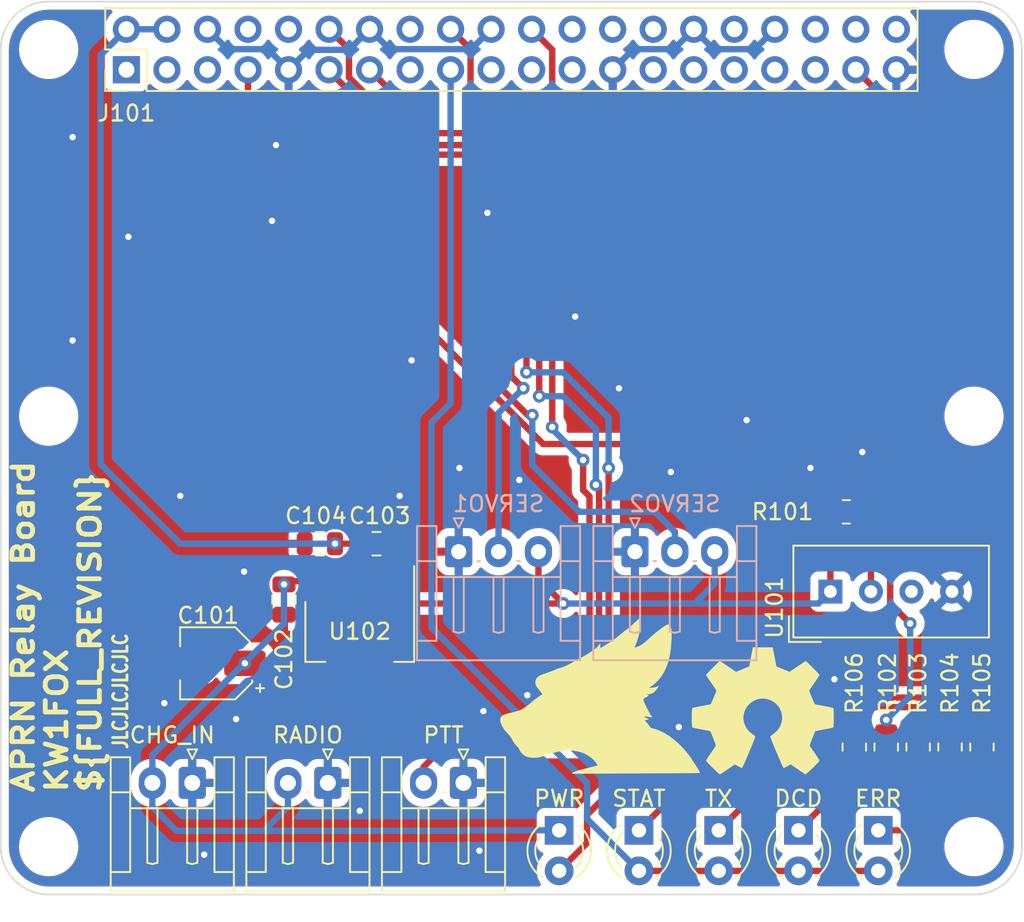
<source format=kicad_pcb>
(kicad_pcb (version 20211014) (generator pcbnew)
  (layers (0 "F.Cu" signal) (31 "B.Cu" signal) (34 "B.Paste" user) (35 "F.Paste" user) (36 "B.SilkS" user "B.Silkscreen") (37 "F.SilkS" user "F.Silkscreen") (38 "B.Mask" user) (39 "F.Mask" user) (44 "Edge.Cuts" user))
  (net 0 "")
  (net 1 "+3V3")
  (net 2 "+5V")
  (net 24 "Net-(D101-Pad1)")
  (net 25 "Net-(D102-Pad1)")
  (net 26 "Net-(D104-Pad1)")
  (net 27 "/STAT")
  (net 28 "/TX")
  (net 29 "/DCD")
  (net 30 "/ERR")
  (net 31 "GND")
  (net 33 "Net-(D103-Pad1)")
  (net 34 "+12V")
  (net 35 "Net-(D105-Pad2)")
  (net 36 "/DHT_DATA")
  (net 38 "/SERVO1")
  (net 39 "/SERVO2")
  (footprint "Resistor_SMD:R_0805_2012Metric" (layer "F.Cu") (at 156.5 143.75 -90)
    (fp_text reference "R104" (at -4 0 90) (layer "F.SilkS"))
    (fp_text value "270R")
    (pad "1" smd roundrect (at -0.9125 0 270) (size 1.025 1.4) (layers "F.Cu" "F.Paste" "F.Mask") (roundrect_rratio 0.243902) (net 29 "/DCD"))
    (pad "2" smd roundrect (at 0.9125 0 270) (size 1.025 1.4) (layers "F.Cu" "F.Paste" "F.Mask") (roundrect_rratio 0.243902) (net 33 "Net-(D103-Pad1)"))
  )
  (footprint "MountingHole:MountingHole_2.7mm" (layer "F.Cu") (at 100 100)
    (fp_text reference "H101" hide)
    (fp_text value "PiMountingHole" hide)
    (pad "" np_thru_hole circle (at 0 0) (size 2.7 2.7) (drill 2.7) (layers *.Cu *.Mask))
  )
  (footprint "Resistor_SMD:R_0805_2012Metric" (layer "F.Cu") (at 158.5 143.75 -90)
    (fp_text reference "R105" (at -4 0 90) (layer "F.SilkS"))
    (fp_text value "270R")
    (pad "1" smd roundrect (at -0.9125 0 270) (size 1.025 1.4) (layers "F.Cu" "F.Paste" "F.Mask") (roundrect_rratio 0.243902) (net 30 "/ERR"))
    (pad "2" smd roundrect (at 0.9125 0 270) (size 1.025 1.4) (layers "F.Cu" "F.Paste" "F.Mask") (roundrect_rratio 0.243902) (net 26 "Net-(D104-Pad1)"))
  )
  (footprint "Connector_JST:JST_EH_S2B-EH_1x02_P2.50mm_Horizontal" (layer "F.Cu") (at 126 146 180)
    (fp_text reference "J104")
    (fp_text value "PTT" (at 1.25 3) (layer "F.SilkS"))
    (pad "1" thru_hole roundrect (at 0 0 180) (size 1.7 2) (drill 1) (layers *.Cu *.Mask) (roundrect_rratio 0.147059) (net 31 "GND"))
    (pad "2" thru_hole oval (at 2.5 0 180) (size 1.7 2) (drill 1) (layers *.Cu *.Mask) (net 28 "/TX"))
  )
  (footprint "Capacitor_SMD:C_0805_2012Metric" (layer "F.Cu") (at 114.75 134.5 -90)
    (fp_text reference "C102" (at 3.75 0 90) (layer "F.SilkS"))
    (fp_text value "100nF")
    (pad "1" smd roundrect (at -0.95 0 270) (size 1 1.45) (layers "F.Cu" "F.Paste" "F.Mask") (net 34 "+12V"))
    (pad "2" smd roundrect (at 0.95 0 270) (size 1 1.45) (layers "F.Cu" "F.Paste" "F.Mask") (net 31 "GND"))
  )
  (footprint "Package_TO_SOT_SMD:SOT-223" (layer "F.Cu") (at 119.5 136.5 -90)
    (fp_text reference "U102" (at 0 0 180) (layer "F.SilkS"))
    (fp_text value "NCV1117ST50T3G" hide)
    (pad "1" smd rect (at -3.15 -2.3 270) (size 2 1.5) (layers "F.Cu" "F.Paste" "F.Mask") (net 31 "GND"))
    (pad "2" smd rect (at -3.15 0 270) (size 2 1.5) (layers "F.Cu" "F.Paste" "F.Mask") (net 2 "+5V"))
    (pad "3" smd rect (at -3.15 2.3 270) (size 2 1.5) (layers "F.Cu" "F.Paste" "F.Mask") (net 34 "+12V"))
    (pad "4" smd rect (at 3.15 0 270) (size 2 3.8) (layers "F.Cu" "F.Paste" "F.Mask"))
  )
  (footprint "MountingHole:MountingHole_2.7mm" (layer "F.Cu") (at 158 100)
    (fp_text reference "H102" hide)
    (fp_text value "PiMountingHole" hide)
    (pad "" np_thru_hole circle (at 0 0) (size 2.7 2.7) (drill 2.7) (layers *.Cu *.Mask))
  )
  (footprint "LED_THT:LED_D3.0mm" (layer "F.Cu") (at 142 148.975 -90)
    (fp_text reference "D102")
    (fp_text value "TX" (at -2 0 180) (layer "F.SilkS"))
    (pad "1" thru_hole rect (at 0 0 270) (size 1.8 1.8) (drill 0.9) (layers *.Cu *.Mask) (net 25 "Net-(D102-Pad1)"))
    (pad "2" thru_hole circle (at 2.54 0 270) (size 1.8 1.8) (drill 0.9) (layers *.Cu *.Mask) (net 1 "+3V3"))
  )
  (footprint "MountingHole:MountingHole_2.7mm" (layer "F.Cu") (at 158 150)
    (fp_text reference "H106" hide)
    (fp_text value "PiMountingHole" hide)
    (pad "" np_thru_hole circle (at 0 0) (size 2.7 2.7) (drill 2.7) (layers *.Cu *.Mask))
  )
  (footprint "Resistor_SMD:R_0805_2012Metric" (layer "F.Cu") (at 150 129 180)
    (fp_text reference "R101" (at 4 0) (layer "F.SilkS"))
    (fp_text value "1K")
    (pad "1" smd roundrect (at -0.9125 0 180) (size 1.025 1.4) (layers "F.Cu" "F.Paste" "F.Mask") (roundrect_rratio 0.243902) (net 36 "/DHT_DATA"))
    (pad "2" smd roundrect (at 0.9125 0 180) (size 1.025 1.4) (layers "F.Cu" "F.Paste" "F.Mask") (roundrect_rratio 0.243902) (net 2 "+5V"))
  )
  (footprint "LED_THT:LED_D3.0mm" (layer "F.Cu") (at 147 148.975 -90)
    (fp_text reference "D103")
    (fp_text value "DCD" (at -2 0 180) (layer "F.SilkS"))
    (pad "1" thru_hole rect (at 0 0 270) (size 1.8 1.8) (drill 0.9) (layers *.Cu *.Mask) (net 33 "Net-(D103-Pad1)"))
    (pad "2" thru_hole circle (at 2.54 0 270) (size 1.8 1.8) (drill 0.9) (layers *.Cu *.Mask) (net 1 "+3V3"))
  )
  (footprint "Symbol:OSHW-Symbol_8.9x8mm_SilkScreen" (layer "F.Cu") (at 144.75 141.5)
    (fp_text reference "REF**" hide)
    (fp_text value "OSHW-Symbol_8.9x8mm_SilkScreen" hide)
  )
  (footprint "Connector_JST:JST_EH_S2B-EH_1x02_P2.50mm_Horizontal" (layer "F.Cu") (at 117.5 146 180)
    (fp_text reference "J105")
    (fp_text value "RADIO" (at 1.25 3) (layer "F.SilkS"))
    (pad "1" thru_hole roundrect (at 0 0 180) (size 1.7 2) (drill 1) (layers *.Cu *.Mask) (roundrect_rratio 0.147059) (net 31 "GND"))
    (pad "2" thru_hole oval (at 2.5 0 180) (size 1.7 2) (drill 1) (layers *.Cu *.Mask) (net 34 "+12V"))
  )
  (footprint "Capacitor_SMD:C_0805_2012Metric" (layer "F.Cu") (at 120.55 131)
    (fp_text reference "C103" (at 0.2 -1.75) (layer "F.SilkS"))
    (fp_text value "100nF")
    (pad "1" smd roundrect (at -0.95 0) (size 1 1.45) (layers "F.Cu" "F.Paste" "F.Mask") (net 2 "+5V"))
    (pad "2" smd roundrect (at 0.95 0) (size 1 1.45) (layers "F.Cu" "F.Paste" "F.Mask") (net 31 "GND"))
  )
  (footprint "Capacitor_SMD:C_0805_2012Metric" (layer "F.Cu") (at 117 131 180)
    (fp_text reference "C104" (at 0.25 1.75) (layer "F.SilkS"))
    (fp_text value "1uF")
    (pad "1" smd roundrect (at -0.95 0 180) (size 1 1.45) (layers "F.Cu" "F.Paste" "F.Mask") (net 2 "+5V"))
    (pad "2" smd roundrect (at 0.95 0 180) (size 1 1.45) (layers "F.Cu" "F.Paste" "F.Mask") (net 31 "GND"))
  )
  (footprint "MountingHole:MountingHole_2.7mm" (layer "F.Cu") (at 158 123)
    (fp_text reference "H105" hide)
    (fp_text value "PiMountingHole" hide)
    (pad "" np_thru_hole circle (at 0 0) (size 2.7 2.7) (drill 2.7) (layers *.Cu *.Mask))
  )
  (footprint "Sensor:Aosong_DHT11_5.5x12.0_P2.54mm" (layer "F.Cu") (at 149 134 90)
    (fp_text reference "U101" (at -1 -3.5 90) (layer "F.SilkS"))
    (fp_text value "DHT11")
    (pad "1" thru_hole rect (at 0 0 90) (size 1.5 1.5) (drill 0.8) (layers *.Cu *.Mask) (net 2 "+5V"))
    (pad "2" thru_hole circle (at 0 2.54 90) (size 1.5 1.5) (drill 0.8) (layers *.Cu *.Mask) (net 36 "/DHT_DATA"))
    (pad "3" thru_hole circle (at 0 5.08 90) (size 1.5 1.5) (drill 0.8) (layers *.Cu *.Mask))
    (pad "4" thru_hole circle (at 0 7.62 90) (size 1.5 1.5) (drill 0.8) (layers *.Cu *.Mask) (net 31 "GND"))
  )
  (footprint "Capacitor_SMD:CP_Elec_4x3" (layer "F.Cu") (at 110.5 138.5 180)
    (fp_text reference "C101" (at 0.5 3) (layer "F.SilkS"))
    (fp_text value "10uf")
    (pad "1" smd roundrect (at -1.8 0 180) (size 2.6 1.6) (layers "F.Cu" "F.Paste" "F.Mask") (roundrect_rratio 0.15625) (net 34 "+12V"))
    (pad "2" smd roundrect (at 1.8 0 180) (size 2.6 1.6) (layers "F.Cu" "F.Paste" "F.Mask") (roundrect_rratio 0.15625) (net 31 "GND"))
  )
  (footprint "MountingHole:MountingHole_2.7mm" (layer "F.Cu") (at 100 123)
    (fp_text reference "H104" hide)
    (fp_text value "PiMountingHole" hide)
    (pad "" np_thru_hole circle (at 0 0) (size 2.7 2.7) (drill 2.7) (layers *.Cu *.Mask))
  )
  (footprint "Resistor_SMD:R_0805_2012Metric" (layer "F.Cu") (at 152.5 143.75 -90)
    (fp_text reference "R102" (at -4 -0.0875 90) (layer "F.SilkS"))
    (fp_text value "270R")
    (pad "1" smd roundrect (at -0.9125 0 270) (size 1.025 1.4) (layers "F.Cu" "F.Paste" "F.Mask") (roundrect_rratio 0.243902) (net 27 "/STAT"))
    (pad "2" smd roundrect (at 0.9125 0 270) (size 1.025 1.4) (layers "F.Cu" "F.Paste" "F.Mask") (roundrect_rratio 0.243902) (net 24 "Net-(D101-Pad1)"))
  )
  (footprint "LED_THT:LED_D3.0mm" (layer "F.Cu") (at 132 148.975 -90)
    (fp_text reference "D105")
    (fp_text value "PWR" (at -2 0 180) (layer "F.SilkS"))
    (pad "1" thru_hole rect (at 0 0 270) (size 1.8 1.8) (drill 0.9) (layers *.Cu *.Mask) (net 34 "+12V"))
    (pad "2" thru_hole circle (at 2.54 0 270) (size 1.8 1.8) (drill 0.9) (layers *.Cu *.Mask) (net 35 "Net-(D105-Pad2)"))
  )
  (footprint "KenwoodFox:KITSUNE_LOGO" (layer "F.Cu") (at 134.5 140.5)
    (fp_text reference "G***" (at 0 0) (layer "F.SilkS") (effects (font (size 1.524 1.524) (thickness 0.3))))
    (fp_text value "LOGO" hide)
  )
  (footprint "Connector_PinHeader_2.54mm:PinHeader_2x20_P2.54mm_Vertical" (layer "F.Cu") (at 104.875 101.275 90)
    (fp_text reference "J101" (at -2.725 0 180) (layer "F.SilkS"))
    (fp_text value "Pi_Zero")
    (pad "1" thru_hole rect (at 0 0 90) (size 1.7 1.7) (drill 1) (layers *.Cu *.Mask))
    (pad "2" thru_hole oval (at 2.54 0 90) (size 1.7 1.7) (drill 1) (layers *.Cu *.Mask) (net 2 "+5V"))
    (pad "3" thru_hole oval (at 0 2.54 90) (size 1.7 1.7) (drill 1) (layers *.Cu *.Mask))
    (pad "4" thru_hole oval (at 2.54 2.54 90) (size 1.7 1.7) (drill 1) (layers *.Cu *.Mask) (net 2 "+5V"))
    (pad "5" thru_hole oval (at 0 5.08 90) (size 1.7 1.7) (drill 1) (layers *.Cu *.Mask))
    (pad "6" thru_hole oval (at 2.54 5.08 90) (size 1.7 1.7) (drill 1) (layers *.Cu *.Mask) (net 31 "GND"))
    (pad "7" thru_hole oval (at 0 7.62 90) (size 1.7 1.7) (drill 1) (layers *.Cu *.Mask) (net 36 "/DHT_DATA"))
    (pad "8" thru_hole oval (at 2.54 7.62 90) (size 1.7 1.7) (drill 1) (layers *.Cu *.Mask))
    (pad "9" thru_hole oval (at 0 10.16 90) (size 1.7 1.7) (drill 1) (layers *.Cu *.Mask) (net 31 "GND"))
    (pad "10" thru_hole oval (at 2.54 10.16 90) (size 1.7 1.7) (drill 1) (layers *.Cu *.Mask))
    (pad "11" thru_hole oval (at 0 12.7 90) (size 1.7 1.7) (drill 1) (layers *.Cu *.Mask) (net 39 "/SERVO2"))
    (pad "12" thru_hole oval (at 2.54 12.7 90) (size 1.7 1.7) (drill 1) (layers *.Cu *.Mask) (net 38 "/SERVO1"))
    (pad "13" thru_hole oval (at 0 15.24 90) (size 1.7 1.7) (drill 1) (layers *.Cu *.Mask) (net 30 "/ERR"))
    (pad "14" thru_hole oval (at 2.54 15.24 90) (size 1.7 1.7) (drill 1) (layers *.Cu *.Mask) (net 31 "GND"))
    (pad "15" thru_hole oval (at 0 17.78 90) (size 1.7 1.7) (drill 1) (layers *.Cu *.Mask))
    (pad "16" thru_hole oval (at 2.54 17.78 90) (size 1.7 1.7) (drill 1) (layers *.Cu *.Mask))
    (pad "17" thru_hole oval (at 0 20.32 90) (size 1.7 1.7) (drill 1) (layers *.Cu *.Mask) (net 1 "+3V3"))
    (pad "18" thru_hole oval (at 2.54 20.32 90) (size 1.7 1.7) (drill 1) (layers *.Cu *.Mask) (net 29 "/DCD"))
    (pad "19" thru_hole oval (at 0 22.86 90) (size 1.7 1.7) (drill 1) (layers *.Cu *.Mask))
    (pad "20" thru_hole oval (at 2.54 22.86 90) (size 1.7 1.7) (drill 1) (layers *.Cu *.Mask) (net 31 "GND"))
    (pad "21" thru_hole oval (at 0 25.4 90) (size 1.7 1.7) (drill 1) (layers *.Cu *.Mask))
    (pad "22" thru_hole oval (at 2.54 25.4 90) (size 1.7 1.7) (drill 1) (layers *.Cu *.Mask) (net 28 "/TX"))
    (pad "23" thru_hole oval (at 0 27.94 90) (size 1.7 1.7) (drill 1) (layers *.Cu *.Mask))
    (pad "24" thru_hole oval (at 2.54 27.94 90) (size 1.7 1.7) (drill 1) (layers *.Cu *.Mask))
    (pad "25" thru_hole oval (at 0 30.48 90) (size 1.7 1.7) (drill 1) (layers *.Cu *.Mask) (net 31 "GND"))
    (pad "26" thru_hole oval (at 2.54 30.48 90) (size 1.7 1.7) (drill 1) (layers *.Cu *.Mask))
    (pad "27" thru_hole oval (at 0 33.02 90) (size 1.7 1.7) (drill 1) (layers *.Cu *.Mask))
    (pad "28" thru_hole oval (at 2.54 33.02 90) (size 1.7 1.7) (drill 1) (layers *.Cu *.Mask))
    (pad "29" thru_hole oval (at 0 35.56 90) (size 1.7 1.7) (drill 1) (layers *.Cu *.Mask))
    (pad "30" thru_hole oval (at 2.54 35.56 90) (size 1.7 1.7) (drill 1) (layers *.Cu *.Mask) (net 31 "GND"))
    (pad "31" thru_hole oval (at 0 38.1 90) (size 1.7 1.7) (drill 1) (layers *.Cu *.Mask))
    (pad "32" thru_hole oval (at 2.54 38.1 90) (size 1.7 1.7) (drill 1) (layers *.Cu *.Mask))
    (pad "33" thru_hole oval (at 0 40.64 90) (size 1.7 1.7) (drill 1) (layers *.Cu *.Mask))
    (pad "34" thru_hole oval (at 2.54 40.64 90) (size 1.7 1.7) (drill 1) (layers *.Cu *.Mask) (net 31 "GND"))
    (pad "35" thru_hole oval (at 0 43.18 90) (size 1.7 1.7) (drill 1) (layers *.Cu *.Mask))
    (pad "36" thru_hole oval (at 2.54 43.18 90) (size 1.7 1.7) (drill 1) (layers *.Cu *.Mask))
    (pad "37" thru_hole oval (at 0 45.72 90) (size 1.7 1.7) (drill 1) (layers *.Cu *.Mask) (net 27 "/STAT"))
    (pad "38" thru_hole oval (at 2.54 45.72 90) (size 1.7 1.7) (drill 1) (layers *.Cu *.Mask))
    (pad "39" thru_hole oval (at 0 48.26 90) (size 1.7 1.7) (drill 1) (layers *.Cu *.Mask) (net 31 "GND"))
    (pad "40" thru_hole oval (at 2.54 48.26 90) (size 1.7 1.7) (drill 1) (layers *.Cu *.Mask))
  )
  (footprint "LED_THT:LED_D3.0mm" (layer "F.Cu") (at 137 148.975 -90)
    (fp_text reference "D101")
    (fp_text value "STAT" (at -2 0 180) (layer "F.SilkS"))
    (pad "1" thru_hole rect (at 0 0 270) (size 1.8 1.8) (drill 0.9) (layers *.Cu *.Mask) (net 24 "Net-(D101-Pad1)"))
    (pad "2" thru_hole circle (at 2.54 0 270) (size 1.8 1.8) (drill 0.9) (layers *.Cu *.Mask) (net 1 "+3V3"))
  )
  (footprint "Resistor_SMD:R_0805_2012Metric" (layer "F.Cu") (at 154.5 143.75 -90)
    (fp_text reference "R103" (at -4 0 90) (layer "F.SilkS"))
    (fp_text value "270R")
    (pad "1" smd roundrect (at -0.9125 0 270) (size 1.025 1.4) (layers "F.Cu" "F.Paste" "F.Mask") (roundrect_rratio 0.243902) (net 28 "/TX"))
    (pad "2" smd roundrect (at 0.9125 0 270) (size 1.025 1.4) (layers "F.Cu" "F.Paste" "F.Mask") (roundrect_rratio 0.243902) (net 25 "Net-(D102-Pad1)"))
  )
  (footprint "Connector_JST:JST_EH_S2B-EH_1x02_P2.50mm_Horizontal" (layer "F.Cu") (at 109 146 180)
    (fp_text reference "J106")
    (fp_text value "CHG_IN" (at 1.25 3) (layer "F.SilkS"))
    (pad "1" thru_hole roundrect (at 0 0 180) (size 1.7 2) (drill 1) (layers *.Cu *.Mask) (roundrect_rratio 0.147059) (net 31 "GND"))
    (pad "2" thru_hole oval (at 2.5 0 180) (size 1.7 2) (drill 1) (layers *.Cu *.Mask) (net 34 "+12V"))
  )
  (footprint "LED_THT:LED_D3.0mm" (layer "F.Cu") (at 152 148.975 -90)
    (fp_text reference "D104")
    (fp_text value "ERR" (at -2 0 180) (layer "F.SilkS"))
    (pad "1" thru_hole rect (at 0 0 270) (size 1.8 1.8) (drill 0.9) (layers *.Cu *.Mask) (net 26 "Net-(D104-Pad1)"))
    (pad "2" thru_hole circle (at 2.54 0 270) (size 1.8 1.8) (drill 0.9) (layers *.Cu *.Mask) (net 1 "+3V3"))
  )
  (footprint "Resistor_SMD:R_0805_2012Metric" (layer "F.Cu") (at 150.5 143.75 -90)
    (fp_text reference "R106" (at -4 0 90) (layer "F.SilkS"))
    (fp_text value "1K")
    (pad "1" smd roundrect (at -0.9125 0 270) (size 1.025 1.4) (layers "F.Cu" "F.Paste" "F.Mask") (roundrect_rratio 0.243902) (net 31 "GND"))
    (pad "2" smd roundrect (at 0.9125 0 270) (size 1.025 1.4) (layers "F.Cu" "F.Paste" "F.Mask") (roundrect_rratio 0.243902) (net 35 "Net-(D105-Pad2)"))
  )
  (footprint "MountingHole:MountingHole_2.7mm" (layer "F.Cu") (at 100 150)
    (fp_text reference "H103" hide)
    (fp_text value "PiMountingHole" hide)
    (pad "" np_thru_hole circle (at 0 0) (size 2.7 2.7) (drill 2.7) (layers *.Cu *.Mask))
  )
  (footprint "Connector_JST:JST_EH_S3B-EH_1x03_P2.50mm_Horizontal" (layer "B.Cu") (at 125.7 131.5)
    (fp_text reference "J102")
    (fp_text value "SERVO1" (at 2.5 -3) (layer "B.SilkS") (effects (justify mirror)))
    (pad "1" thru_hole roundrect (at 0 0) (size 1.7 1.95) (drill 0.95) (layers *.Cu *.Mask) (roundrect_rratio 0.147059) (net 31 "GND"))
    (pad "2" thru_hole oval (at 2.5 0) (size 1.7 1.95) (drill 0.95) (layers *.Cu *.Mask) (net 38 "/SERVO1"))
    (pad "3" thru_hole oval (at 5 0) (size 1.7 1.95) (drill 0.95) (layers *.Cu *.Mask) (net 2 "+5V"))
  )
  (footprint "Connector_JST:JST_EH_S3B-EH_1x03_P2.50mm_Horizontal" (layer "B.Cu") (at 136.75 131.5)
    (fp_text reference "J103")
    (fp_text value "SERVO2" (at 2.5 -3) (layer "B.SilkS") (effects (justify mirror)))
    (pad "1" thru_hole roundrect (at 0 0) (size 1.7 1.95) (drill 0.95) (layers *.Cu *.Mask) (roundrect_rratio 0.147059) (net 31 "GND"))
    (pad "2" thru_hole oval (at 2.5 0) (size 1.7 1.95) (drill 0.95) (layers *.Cu *.Mask) (net 39 "/SERVO2"))
    (pad "3" thru_hole oval (at 5 0) (size 1.7 1.95) (drill 0.95) (layers *.Cu *.Mask) (net 2 "+5V"))
  )
  (gr_line (start 100 153) (end 158 153) (layer "Edge.Cuts") (width 0.1))
  (gr_arc (start 158 97) (mid 160.12132 97.87868) (end 161 100) (layer "Edge.Cuts") (width 0.1))
  (gr_line (start 158 97) (end 100 97) (layer "Edge.Cuts") (width 0.1))
  (gr_line (start 161 100) (end 161 150) (layer "Edge.Cuts") (width 0.1))
  (gr_line (start 97 100) (end 97 150) (layer "Edge.Cuts") (width 0.1))
  (gr_arc (start 97 100) (mid 97.87868 97.87868) (end 100 97) (layer "Edge.Cuts") (width 0.1))
  (gr_arc (start 100 153) (mid 97.87868 152.12132) (end 97 150) (layer "Edge.Cuts") (width 0.1))
  (gr_arc (start 161 150) (mid 160.12132 152.12132) (end 158 153) (layer "Edge.Cuts") (width 0.1))
  (gr_text "APRN Relay Board\nKW1FOX\n${FULL_REVISION}" (at 100.5 146.75 90) (layer "F.SilkS") (effects (font (size 1.3 1.5) (thickness 0.3)) (justify left)))
  (gr_text "JLCJLCJLCJLC" (at 104.5 140.25 90) (layer "F.SilkS") (effects (font (size 0.9 0.7) (thickness 0.175))))
  (segment (start 142 151.515) (end 137 151.515) (width 0.4) (layer "F.Cu") (net 1))
  (segment (start 152 151.515) (end 147 151.515) (width 0.4) (layer "F.Cu") (net 1))
  (segment (start 147 151.515) (end 142 151.515) (width 0.4) (layer "F.Cu") (net 1))
  (segment (start 124 136.25) (end 124 123.39) (width 0.4) (layer "B.Cu") (net 1))
  (segment (start 133.75 148.265) (end 133.75 146) (width 0.4) (layer "B.Cu") (net 1))
  (segment (start 133.75 146) (end 124 136.25) (width 0.4) (layer "B.Cu") (net 1))
  (segment (start 124 123.39) (end 125.195 122.195) (width 0.4) (layer "B.Cu") (net 1))
  (segment (start 137 151.515) (end 133.75 148.265) (width 0.4) (layer "B.Cu") (net 1))
  (segment (start 125.195 122.195) (end 125.195 101.275) (width 0.4) (layer "B.Cu") (net 1))
  (segment (start 130.7 131.5) (end 130.7 131.8) (width 0.4) (layer "F.Cu") (net 2))
  (segment (start 149 129.0875) (end 149 134) (width 0.4) (layer "F.Cu") (net 2))
  (segment (start 119.5 133.35) (end 119.5 131.1) (width 0.4) (layer "F.Cu") (net 2))
  (segment (start 119.5 133.6) (end 119.5 133.35) (width 0.4) (layer "F.Cu") (net 2))
  (segment (start 119.5 133.35) (end 119.5 134) (width 0.4) (layer "F.Cu") (net 2))
  (segment (start 127.75 134.75) (end 127.775 134.775) (width 0.4) (layer "F.Cu") (net 2))
  (segment (start 149.0875 129) (end 149 129.0875) (width 0.4) (layer "F.Cu") (net 2))
  (segment (start 132.25 134.75) (end 130.7 133.2) (width 0.4) (layer "F.Cu") (net 2))
  (segment (start 119.6 131) (end 117.95 131) (width 0.4) (layer "F.Cu") (net 2))
  (segment (start 120.65 134.75) (end 119.5 133.6) (width 0.4) (layer "F.Cu") (net 2))
  (segment (start 130.7 133.2) (end 130.7 131.5) (width 0.4) (layer "F.Cu") (net 2))
  (segment (start 127.75 134.75) (end 127.5 134.75) (width 0.4) (layer "F.Cu") (net 2))
  (segment (start 127.5 134.75) (end 120.65 134.75) (width 0.4) (layer "F.Cu") (net 2))
  (segment (start 119.5 131.1) (end 119.6 131) (width 0.4) (layer "F.Cu") (net 2))
  (segment (start 127.5 134.75) (end 132.25 134.75) (width 0.4) (layer "F.Cu") (net 2))
  (via (at 132.25 134.75) (size 0.8) (drill 0.4) (layers "F.Cu" "B.Cu") (net 2))
  (via (at 117.95 131) (size 0.8) (drill 0.4) (layers "F.Cu" "B.Cu") (net 2))
  (segment (start 141.75 131.5) (end 141.75 133.5) (width 0.4) (layer "B.Cu") (net 2))
  (segment (start 141.75 133.5) (end 141.25 134) (width 0.4) (layer "B.Cu") (net 2))
  (segment (start 132.25 134.75) (end 140.5 134.75) (width 0.4) (layer "B.Cu") (net 2))
  (segment (start 140.5 134.75) (end 148.25 134.75) (width 0.4) (layer "B.Cu") (net 2))
  (segment (start 148.25 134.75) (end 149 134) (width 0.4) (layer "B.Cu") (net 2))
  (segment (start 140.5 134.75) (end 141.25 134) (width 0.4) (layer "B.Cu") (net 2))
  (segment (start 104.875 98.735) (end 107.415 98.735) (width 0.4) (layer "B.Cu") (net 2))
  (segment (start 108.25 131) (end 117.95 131) (width 0.4) (layer "B.Cu") (net 2))
  (segment (start 103.25 126) (end 108.25 131) (width 0.4) (layer "B.Cu") (net 2))
  (segment (start 103.25 100.36) (end 103.25 126) (width 0.4) (layer "B.Cu") (net 2))
  (segment (start 104.875 98.735) (end 103.25 100.36) (width 0.4) (layer "B.Cu") (net 2))
  (segment (start 137 148.975) (end 140.4 145.575) (width 0.4) (layer "F.Cu") (net 24))
  (segment (start 151.5875 145.575) (end 152.5 144.6625) (width 0.4) (layer "F.Cu") (net 24))
  (segment (start 140.4 145.575) (end 151.5875 145.575) (width 0.4) (layer "F.Cu") (net 24))
  (segment (start 152.9875 146.175) (end 154.5 144.6625) (width 0.4) (layer "F.Cu") (net 25))
  (segment (start 142 148.975) (end 144.8 146.175) (width 0.4) (layer "F.Cu") (net 25))
  (segment (start 144.8 146.175) (end 152.9875 146.175) (width 0.4) (layer "F.Cu") (net 25))
  (segment (start 154.275 148.975) (end 158.5 144.75) (width 0.4) (layer "F.Cu") (net 26))
  (segment (start 152 148.975) (end 154.275 148.975) (width 0.4) (layer "F.Cu") (net 26))
  (segment (start 158.5 144.75) (end 158.5 144.6625) (width 0.4) (layer "F.Cu") (net 26))
  (segment (start 150.595 101.275) (end 152.75 103.43) (width 0.4) (layer "F.Cu") (net 27))
  (segment (start 152.75 134.75) (end 154 136) (width 0.4) (layer "F.Cu") (net 27))
  (segment (start 152.5 142.0495) (end 152.5 142.8375) (width 0.4) (layer "F.Cu") (net 27))
  (segment (start 152.75 103.43) (end 152.75 134.75) (width 0.4) (layer "F.Cu") (net 27))
  (via (at 154 136) (size 0.8) (drill 0.4) (layers "F.Cu" "B.Cu") (net 27))
  (via (at 152.5 142.0495) (size 0.8) (drill 0.4) (layers "F.Cu" "B.Cu") (net 27))
  (segment (start 152.5 142.0495) (end 154 140.5495) (width 0.4) (layer "B.Cu") (net 27))
  (segment (start 154 140.5495) (end 154 136) (width 0.4) (layer "B.Cu") (net 27))
  (segment (start 153.5875 143.75) (end 154.5 142.8375) (width 0.4) (layer "F.Cu") (net 28))
  (segment (start 133.501 125.75) (end 133.501 127.634716) (width 0.4) (layer "F.Cu") (net 28))
  (segment (start 131.565 123.685) (end 131.565 100.025) (width 0.4) (layer "F.Cu") (net 28))
  (segment (start 124.75 143.75) (end 131.5 143.75) (width 0.4) (layer "F.Cu") (net 28))
  (segment (start 131.5 143.75) (end 153.5875 143.75) (width 0.4) (layer "F.Cu") (net 28))
  (segment (start 131.565 100.025) (end 130.275 98.735) (width 0.4) (layer "F.Cu") (net 28))
  (segment (start 133.501 127.634716) (end 133.9 128.033716) (width 0.4) (layer "F.Cu") (net 28))
  (segment (start 123.5 145) (end 124.75 143.75) (width 0.4) (layer "F.Cu") (net 28))
  (segment (start 133.9 141.35) (end 131.5 143.75) (width 0.4) (layer "F.Cu") (net 28))
  (segment (start 133.9 128.033716) (end 133.9 141.35) (width 0.4) (layer "F.Cu") (net 28))
  (segment (start 123.5 146) (end 123.5 145) (width 0.4) (layer "F.Cu") (net 28))
  (via (at 131.565 123.685) (size 0.8) (drill 0.4) (layers "F.Cu" "B.Cu") (net 28))
  (via (at 133.501 125.75) (size 0.8) (drill 0.4) (layers "F.Cu" "B.Cu") (net 28))
  (segment (start 133.501 125.75) (end 131.565 123.814) (width 0.4) (layer "B.Cu") (net 28))
  (segment (start 131.565 123.814) (end 131.565 123.685) (width 0.4) (layer "B.Cu") (net 28))
  (segment (start 154.9125 141.25) (end 156.5 142.8375) (width 0.4) (layer "F.Cu") (net 29))
  (segment (start 130.75 121.75) (end 130.75 106.5) (width 0.4) (layer "F.Cu") (net 29))
  (segment (start 138 141.25) (end 154.9125 141.25) (width 0.4) (layer "F.Cu") (net 29))
  (segment (start 134.3005 127.302845) (end 134.5 127.502345) (width 0.4) (layer "F.Cu") (net 29))
  (segment (start 134.5 127.502345) (end 134.5 137.75) (width 0.4) (layer "F.Cu") (net 29))
  (segment (start 130.75 106.5) (end 126.445 102.195) (width 0.4) (layer "F.Cu") (net 29))
  (segment (start 126.445 99.985) (end 125.195 98.735) (width 0.4) (layer "F.Cu") (net 29))
  (segment (start 126.445 102.195) (end 126.445 99.985) (width 0.4) (layer "F.Cu") (net 29))
  (segment (start 134.5 137.75) (end 138 141.25) (width 0.4) (layer "F.Cu") (net 29))
  (via (at 134.3005 127.302845) (size 0.8) (drill 0.4) (layers "F.Cu" "B.Cu") (net 29))
  (via (at 130.75 121.75) (size 0.8) (drill 0.4) (layers "F.Cu" "B.Cu") (net 29))
  (segment (start 132.25 121.75) (end 130.75 121.75) (width 0.4) (layer "B.Cu") (net 29))
  (segment (start 134.3005 127.302845) (end 134.3005 123.8005) (width 0.4) (layer "B.Cu") (net 29))
  (segment (start 134.3005 123.8005) (end 132.25 121.75) (width 0.4) (layer "B.Cu") (net 29))
  (segment (start 138.248528 140.65) (end 156.3125 140.65) (width 0.4) (layer "F.Cu") (net 30))
  (segment (start 129.9505 106.9505) (end 129.9505 120.25) (width 0.4) (layer "F.Cu") (net 30))
  (segment (start 156.3125 140.65) (end 158.5 142.8375) (width 0.4) (layer "F.Cu") (net 30))
  (segment (start 135.1 137.501472) (end 138.248528 140.65) (width 0.4) (layer "F.Cu") (net 30))
  (segment (start 128.25 105.25) (end 129.9505 106.9505) (width 0.4) (layer "F.Cu") (net 30))
  (segment (start 120.115 101.275) (end 124.09 105.25) (width 0.4) (layer "F.Cu") (net 30))
  (segment (start 124.09 105.25) (end 128.25 105.25) (width 0.4) (layer "F.Cu") (net 30))
  (segment (start 135.1 126.25) (end 135.1 137.501472) (width 0.4) (layer "F.Cu") (net 30))
  (via (at 135.1 126.25) (size 0.8) (drill 0.4) (layers "F.Cu" "B.Cu") (net 30))
  (via (at 129.9505 120.25) (size 0.8) (drill 0.4) (layers "F.Cu" "B.Cu") (net 30))
  (segment (start 132.25 120.25) (end 129.9505 120.25) (width 0.4) (layer "B.Cu") (net 30))
  (segment (start 135.1 123.1) (end 132.25 120.25) (width 0.4) (layer "B.Cu") (net 30))
  (segment (start 135.1 126.25) (end 135.1 123.1) (width 0.4) (layer "B.Cu") (net 30))
  (via (at 119.5 147.75) (size 0.8) (drill 0.4) (layers "F.Cu" "B.Cu") (net 31))
  (via (at 135.75 121.25) (size 0.8) (drill 0.4) (layers "F.Cu" "B.Cu") (net 31))
  (via (at 127.25 141.5) (size 0.8) (drill 0.4) (layers "F.Cu" "B.Cu") (net 31))
  (via (at 147.75 126.25) (size 0.8) (drill 0.4) (layers "F.Cu" "B.Cu") (net 31))
  (via (at 143.75 123.25) (size 0.8) (drill 0.4) (layers "F.Cu" "B.Cu") (net 31))
  (via (at 101.5 118.25) (size 0.8) (drill 0.4) (layers "F.Cu" "B.Cu") (net 31))
  (via (at 139 126.5) (size 0.8) (drill 0.4) (layers "F.Cu" "B.Cu") (net 31))
  (via (at 127 150.25) (size 0.8) (drill 0.4) (layers "F.Cu" "B.Cu") (net 31))
  (via (at 139.5 142.5) (size 0.8) (drill 0.4) (layers "F.Cu" "B.Cu") (net 31))
  (via (at 105 111.75) (size 0.8) (drill 0.4) (layers "F.Cu" "B.Cu") (net 31))
  (via (at 151 125.25) (size 0.8) (drill 0.4) (layers "F.Cu" "B.Cu") (net 31))
  (via (at 111.75 142) (size 0.8) (drill 0.4) (layers "F.Cu" "B.Cu") (net 31))
  (via (at 114.25 106) (size 0.8) (drill 0.4) (layers "F.Cu" "B.Cu") (net 31))
  (via (at 101.5 105.5) (size 0.8) (drill 0.4) (layers "F.Cu" "B.Cu") (net 31))
  (via (at 122 128) (size 0.8) (drill 0.4) (layers "F.Cu" "B.Cu") (net 31))
  (via (at 125.75 126.25) (size 0.8) (drill 0.4) (layers "F.Cu" "B.Cu") (net 31))
  (via (at 133 116.75) (size 0.8) (drill 0.4) (layers "F.Cu" "B.Cu") (net 31))
  (via (at 122.75 119.5) (size 0.8) (drill 0.4) (layers "F.Cu" "B.Cu") (net 31))
  (via (at 129.5 127) (size 0.8) (drill 0.4) (layers "F.Cu" "B.Cu") (net 31))
  (via (at 112.25 132.75) (size 0.8) (drill 0.4) (layers "F.Cu" "B.Cu") (net 31))
  (via (at 149.25 139.5) (size 0.8) (drill 0.4) (layers "F.Cu" "B.Cu") (net 31))
  (via (at 107.25 141) (size 0.8) (drill 0.4) (layers "F.Cu" "B.Cu") (net 31))
  (via (at 108.25 128) (size 0.8) (drill 0.4) (layers "F.Cu" "B.Cu") (net 31))
  (via (at 130 140.5) (size 0.8) (drill 0.4) (layers "F.Cu" "B.Cu") (net 31))
  (via (at 109.75 150.5) (size 0.8) (drill 0.4) (layers "F.Cu" "B.Cu") (net 31))
  (via (at 114 110.75) (size 0.8) (drill 0.4) (layers "F.Cu" "B.Cu") (net 31))
  (via (at 127.5 110.25) (size 0.8) (drill 0.4) (layers "F.Cu" "B.Cu") (net 31))
  (segment (start 144.265 99.985) (end 145.515 98.735) (width 0.4) (layer "B.Cu") (net 31))
  (segment (start 113.745 99.985) (end 115.035 101.275) (width 0.4) (layer "B.Cu") (net 31))
  (segment (start 136.645 99.985) (end 139.185 99.985) (width 0.4) (layer "B.Cu") (net 31))
  (segment (start 111.205 99.985) (end 113.745 99.985) (width 0.4) (layer "B.Cu") (net 31))
  (segment (start 139.185 99.985) (end 140.435 98.735) (width 0.4) (layer "B.Cu") (net 31))
  (segment (start 140.435 98.735) (end 141.685 99.985) (width 0.4) (layer "B.Cu") (net 31))
  (segment (start 115.035 101.275) (end 116.285 100.025) (width 0.4) (layer "B.Cu") (net 31))
  (segment (start 135.355 101.275) (end 136.645 99.985) (width 0.4) (layer "B.Cu") (net 31))
  (segment (start 116.285 100.025) (end 118.825 100.025) (width 0.4) (layer "B.Cu") (net 31))
  (segment (start 109.955 98.735) (end 111.205 99.985) (width 0.4) (layer "B.Cu") (net 31))
  (segment (start 126.485 99.985) (end 127.735 98.735) (width 0.4) (layer "B.Cu") (net 31))
  (segment (start 121.365 99.985) (end 126.485 99.985) (width 0.4) (layer "B.Cu") (net 31))
  (segment (start 118.825 100.025) (end 120.115 98.735) (width 0.4) (layer "B.Cu") (net 31))
  (segment (start 141.685 99.985) (end 144.265 99.985) (width 0.4) (layer "B.Cu") (net 31))
  (segment (start 120.115 98.735) (end 121.365 99.985) (width 0.4) (layer "B.Cu") (net 31))
  (segment (start 147 148.975) (end 149.2 146.775) (width 0.4) (layer "F.Cu") (net 33))
  (segment (start 149.2 146.775) (end 154.3875 146.775) (width 0.4) (layer "F.Cu") (net 33))
  (segment (start 154.3875 146.775) (end 156.5 144.6625) (width 0.4) (layer "F.Cu") (net 33))
  (segment (start 117.2 133.35) (end 114.95 133.35) (width 0.4) (layer "F.Cu") (net 34))
  (segment (start 114.95 133.35) (end 114.75 133.55) (width 0.4) (layer "F.Cu") (net 34))
  (via (at 112.3 138.5) (size 0.8) (drill 0.4) (layers "F.Cu" "B.Cu") (net 34))
  (via (at 114.75 133.55) (size 0.8) (drill 0.4) (layers "F.Cu" "B.Cu") (net 34))
  (segment (start 108 149) (end 113.5 149) (width 0.4) (layer "B.Cu") (net 34))
  (segment (start 126 149) (end 126.025 148.975) (width 0.4) (layer "B.Cu") (net 34))
  (segment (start 115 146) (end 115 147.5) (width 0.4) (layer "B.Cu") (net 34))
  (segment (start 106.5 147.5) (end 108 149) (width 0.4) (layer "B.Cu") (net 34))
  (segment (start 115 147.5) (end 113.5 149) (width 0.4) (layer "B.Cu") (net 34))
  (segment (start 109 141.75) (end 112.25 138.5) (width 0.4) (layer "B.Cu") (net 34))
  (segment (start 112.25 138.5) (end 112.3 138.5) (width 0.4) (layer "B.Cu") (net 34))
  (segment (start 106.5 146) (end 106.5 144.25) (width 0.4) (layer "B.Cu") (net 34))
  (segment (start 113.5 149) (end 126 149) (width 0.4) (layer "B.Cu") (net 34))
  (segment (start 126.025 148.975) (end 132 148.975) (width 0.4) (layer "B.Cu") (net 34))
  (segment (start 106.5 146) (end 106.5 147.5) (width 0.4) (layer "B.Cu") (net 34))
  (segment (start 114.75 136) (end 114.75 133.55) (width 0.4) (layer "B.Cu") (net 34))
  (segment (start 106.5 144.25) (end 109 141.75) (width 0.4) (layer "B.Cu") (net 34))
  (segment (start 109 141.75) (end 114.75 136) (width 0.4) (layer "B.Cu") (net 34))
  (segment (start 132 151.515) (end 133.75 149.765) (width 0.4) (layer "F.Cu") (net 35))
  (segment (start 133.75 148) (end 137.0875 144.6625) (width 0.4) (layer "F.Cu") (net 35))
  (segment (start 137.0875 144.6625) (end 150.5 144.6625) (width 0.4) (layer "F.Cu") (net 35))
  (segment (start 133.75 149.765) (end 133.75 148) (width 0.4) (layer "F.Cu") (net 35))
  (segment (start 150.9125 127.6625) (end 148 124.75) (width 0.4) (layer "F.Cu") (net 36))
  (segment (start 151.54 134) (end 151.54 129.6275) (width 0.4) (layer "F.Cu") (net 36))
  (segment (start 150.9125 129) (end 150.9125 127.6625) (width 0.4) (layer "F.Cu") (net 36))
  (segment (start 131 124.75) (end 112.495 106.245) (width 0.4) (layer "F.Cu") (net 36))
  (segment (start 112.495 106.245) (end 112.495 101.275) (width 0.4) (layer "F.Cu") (net 36))
  (segment (start 151.54 129.6275) (end 150.9125 129) (width 0.4) (layer "F.Cu") (net 36))
  (segment (start 148 124.75) (end 131 124.75) (width 0.4) (layer "F.Cu") (net 36))
  (segment (start 118.825 101.752767) (end 118.825 99.985) (width 0.4) (layer "F.Cu") (net 38))
  (segment (start 118.825 99.985) (end 117.575 98.735) (width 0.4) (layer "F.Cu") (net 38))
  (segment (start 127.75 106) (end 123.072233 106) (width 0.4) (layer "F.Cu") (net 38))
  (segment (start 129 120.5) (end 129 107.25) (width 0.4) (layer "F.Cu") (net 38))
  (segment (start 129.75 121.25) (end 129 120.5) (width 0.4) (layer "F.Cu") (net 38))
  (segment (start 129 107.25) (end 127.75 106) (width 0.4) (layer "F.Cu") (net 38))
  (segment (start 123.072233 106) (end 118.825 101.752767) (width 0.4) (layer "F.Cu") (net 38))
  (via (at 129.75 121.25) (size 0.8) (drill 0.4) (layers "F.Cu" "B.Cu") (net 38))
  (segment (start 128.2 122.8) (end 128.2 131.5) (width 0.4) (layer "B.Cu") (net 38))
  (segment (start 129.75 121.25) (end 128.2 122.8) (width 0.4) (layer "B.Cu") (net 38))
  (segment (start 128.4 107.498528) (end 128.4 121.301472) (width 0.4) (layer "F.Cu") (net 39))
  (segment (start 130.033195 122.934667) (end 130.315333 122.934667) (width 0.4) (layer "F.Cu") (net 39))
  (segment (start 122.823705 106.6) (end 127.501472 106.6) (width 0.4) (layer "F.Cu") (net 39))
  (segment (start 117.575 101.275) (end 117.575 101.351295) (width 0.4) (layer "F.Cu") (net 39))
  (segment (start 117.575 101.351295) (end 122.823705 106.6) (width 0.4) (layer "F.Cu") (net 39))
  (segment (start 128.424264 121.325736) (end 130.033195 122.934667) (width 0.4) (layer "F.Cu") (net 39))
  (segment (start 128.4 121.301472) (end 128.424264 121.325736) (width 0.4) (layer "F.Cu") (net 39))
  (segment (start 127.501472 106.6) (end 128.4 107.498528) (width 0.4) (layer "F.Cu") (net 39))
  (via (at 130.315333 122.934667) (size 0.8) (drill 0.4) (layers "F.Cu" "B.Cu") (net 39))
  (segment (start 130.315333 122.934667) (end 130.315333 126.065333) (width 0.4) (layer "B.Cu") (net 39))
  (segment (start 138 129) (end 139.25 130.25) (width 0.4) (layer "B.Cu") (net 39))
  (segment (start 139.25 130.25) (end 139.25 131.5) (width 0.4) (layer "B.Cu") (net 39))
  (segment (start 133.25 129) (end 138 129) (width 0.4) (layer "B.Cu") (net 39))
  (segment (start 130.315333 126.065333) (end 133.25 129) (width 0.4) (layer "B.Cu") (net 39))
  (zone (net 31) (net_name "GND") (layers F&B.Cu) (connect_pads (clearance 0.508)) (min_thickness 0.254) (fill yes (thermal_gap 0.508) (thermal_bridge_width 0.508))
    (polygon (pts (xy 161 153) (xy 97 153) (xy 97 97) (xy 161 97)))
  )
)
</source>
